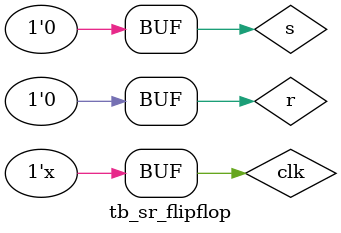
<source format=v>
`include "code_sr_flipflop.v"
module tb_sr_flipflop();

reg clk=0;
reg s=0;
reg r=0;
wire q,qbar;

sr_flipflop DUT(s,r,clk,q,qbar);

initial begin
$monitor($time,"s=%b r=%b q=%b qbar=%b",s,r,q,qbar);
#5 s=0;r=1;
#5 s=1;r=0;
#5 s=1;r=1;
#5 s=0;r=0;
#5;
end

always #1 clk=~clk;
endmodule

</source>
